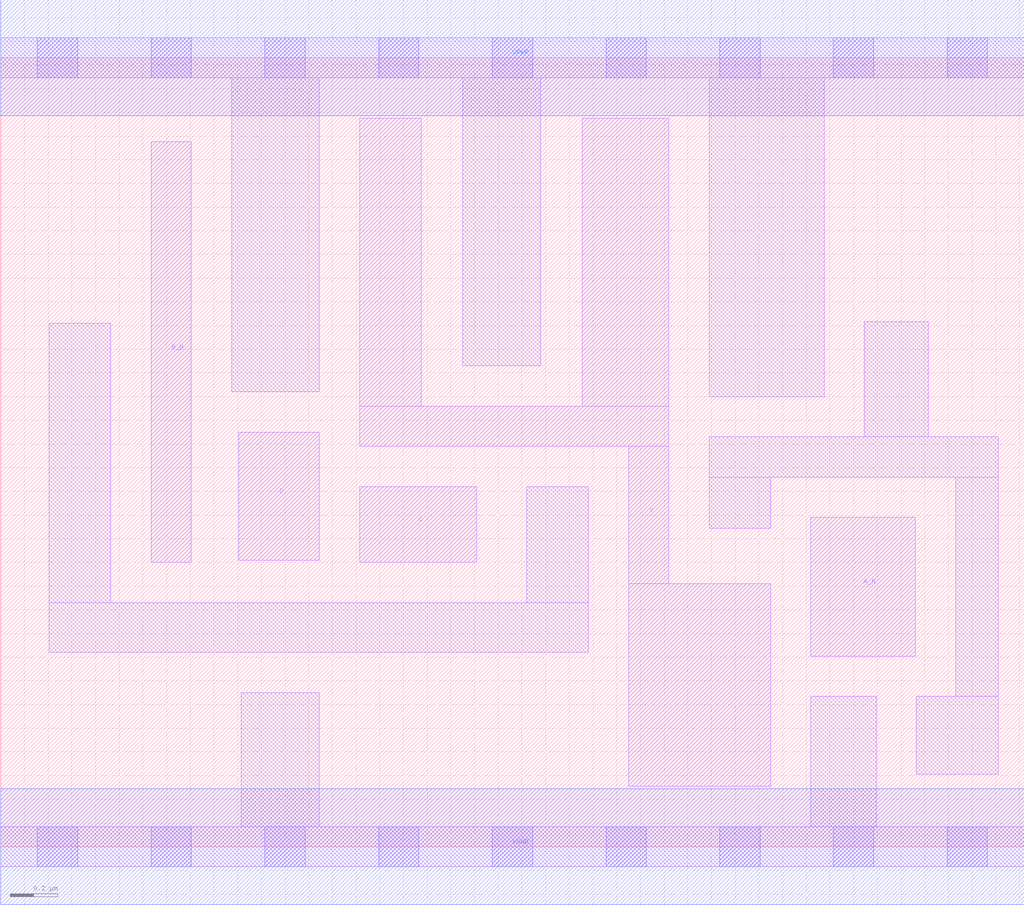
<source format=lef>
# Copyright 2020 The SkyWater PDK Authors
#
# Licensed under the Apache License, Version 2.0 (the "License");
# you may not use this file except in compliance with the License.
# You may obtain a copy of the License at
#
#     https://www.apache.org/licenses/LICENSE-2.0
#
# Unless required by applicable law or agreed to in writing, software
# distributed under the License is distributed on an "AS IS" BASIS,
# WITHOUT WARRANTIES OR CONDITIONS OF ANY KIND, either express or implied.
# See the License for the specific language governing permissions and
# limitations under the License.
#
# SPDX-License-Identifier: Apache-2.0

VERSION 5.7 ;
  NAMESCASESENSITIVE ON ;
  NOWIREEXTENSIONATPIN ON ;
  DIVIDERCHAR "/" ;
  BUSBITCHARS "[]" ;
UNITS
  DATABASE MICRONS 200 ;
END UNITS
MACRO sky130_fd_sc_lp__nand4bb_1
  CLASS CORE ;
  SOURCE USER ;
  FOREIGN sky130_fd_sc_lp__nand4bb_1 ;
  ORIGIN  0.000000  0.000000 ;
  SIZE  4.320000 BY  3.330000 ;
  SYMMETRY X Y R90 ;
  SITE unit ;
  PIN A_N
    ANTENNAGATEAREA  0.126000 ;
    DIRECTION INPUT ;
    USE SIGNAL ;
    PORT
      LAYER li1 ;
        RECT 3.420000 0.805000 3.860000 1.390000 ;
    END
  END A_N
  PIN B_N
    ANTENNAGATEAREA  0.126000 ;
    DIRECTION INPUT ;
    USE SIGNAL ;
    PORT
      LAYER li1 ;
        RECT 0.635000 1.200000 0.805000 2.975000 ;
    END
  END B_N
  PIN C
    ANTENNAGATEAREA  0.315000 ;
    DIRECTION INPUT ;
    USE SIGNAL ;
    PORT
      LAYER li1 ;
        RECT 1.515000 1.200000 2.010000 1.520000 ;
    END
  END C
  PIN D
    ANTENNAGATEAREA  0.315000 ;
    DIRECTION INPUT ;
    USE SIGNAL ;
    PORT
      LAYER li1 ;
        RECT 1.005000 1.210000 1.345000 1.750000 ;
    END
  END D
  PIN Y
    ANTENNADIFFAREA  0.928200 ;
    DIRECTION OUTPUT ;
    USE SIGNAL ;
    PORT
      LAYER li1 ;
        RECT 1.515000 1.690000 2.820000 1.860000 ;
        RECT 1.515000 1.860000 1.775000 3.075000 ;
        RECT 2.455000 1.860000 2.820000 3.075000 ;
        RECT 2.650000 0.255000 3.250000 1.110000 ;
        RECT 2.650000 1.110000 2.820000 1.690000 ;
    END
  END Y
  PIN VGND
    DIRECTION INOUT ;
    USE GROUND ;
    PORT
      LAYER met1 ;
        RECT 0.000000 -0.245000 4.320000 0.245000 ;
    END
  END VGND
  PIN VPWR
    DIRECTION INOUT ;
    USE POWER ;
    PORT
      LAYER met1 ;
        RECT 0.000000 3.085000 4.320000 3.575000 ;
    END
  END VPWR
  OBS
    LAYER li1 ;
      RECT 0.000000 -0.085000 4.320000 0.085000 ;
      RECT 0.000000  3.245000 4.320000 3.415000 ;
      RECT 0.205000  0.820000 2.480000 1.030000 ;
      RECT 0.205000  1.030000 0.465000 2.210000 ;
      RECT 0.975000  1.920000 1.345000 3.245000 ;
      RECT 1.015000  0.085000 1.345000 0.650000 ;
      RECT 1.950000  2.030000 2.280000 3.245000 ;
      RECT 2.220000  1.030000 2.480000 1.520000 ;
      RECT 2.990000  1.345000 3.250000 1.560000 ;
      RECT 2.990000  1.560000 4.210000 1.730000 ;
      RECT 2.990000  1.900000 3.475000 3.245000 ;
      RECT 3.420000  0.085000 3.695000 0.635000 ;
      RECT 3.645000  1.730000 3.915000 2.215000 ;
      RECT 3.865000  0.305000 4.210000 0.635000 ;
      RECT 4.030000  0.635000 4.210000 1.560000 ;
    LAYER mcon ;
      RECT 0.155000 -0.085000 0.325000 0.085000 ;
      RECT 0.155000  3.245000 0.325000 3.415000 ;
      RECT 0.635000 -0.085000 0.805000 0.085000 ;
      RECT 0.635000  3.245000 0.805000 3.415000 ;
      RECT 1.115000 -0.085000 1.285000 0.085000 ;
      RECT 1.115000  3.245000 1.285000 3.415000 ;
      RECT 1.595000 -0.085000 1.765000 0.085000 ;
      RECT 1.595000  3.245000 1.765000 3.415000 ;
      RECT 2.075000 -0.085000 2.245000 0.085000 ;
      RECT 2.075000  3.245000 2.245000 3.415000 ;
      RECT 2.555000 -0.085000 2.725000 0.085000 ;
      RECT 2.555000  3.245000 2.725000 3.415000 ;
      RECT 3.035000 -0.085000 3.205000 0.085000 ;
      RECT 3.035000  3.245000 3.205000 3.415000 ;
      RECT 3.515000 -0.085000 3.685000 0.085000 ;
      RECT 3.515000  3.245000 3.685000 3.415000 ;
      RECT 3.995000 -0.085000 4.165000 0.085000 ;
      RECT 3.995000  3.245000 4.165000 3.415000 ;
  END
END sky130_fd_sc_lp__nand4bb_1
END LIBRARY

</source>
